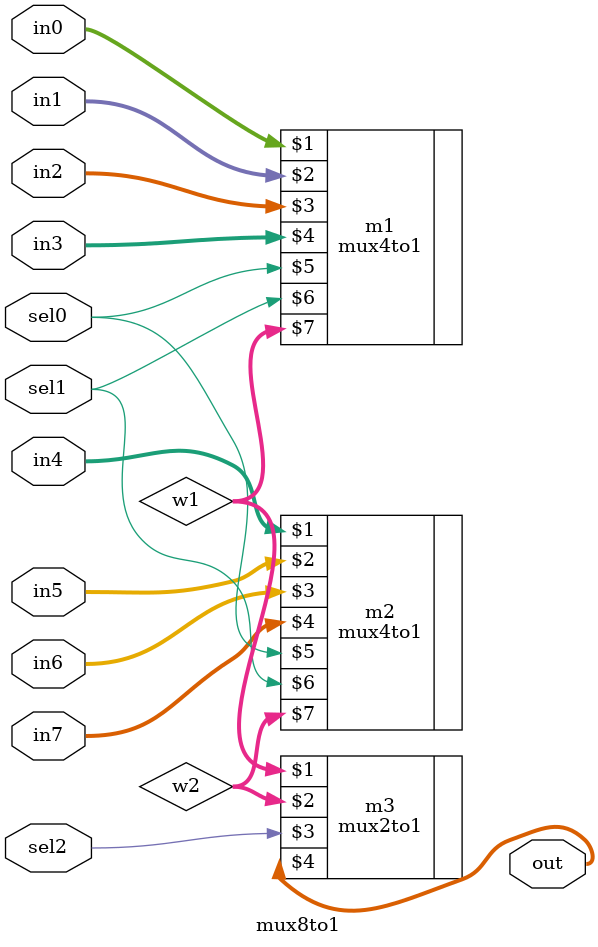
<source format=v>
module mux8to1(in0,in1,in2,in3,in4,in5,in6,in7,sel0,sel1,sel2,out);
input[7:0] in0,in1,in2,in3,in4,in5,in6,in7;
input sel0,sel1,sel2;
output[7:0] out;
wire[7:0] w1,w2;
mux4to1 m1(in0,in1,in2,in3,sel0,sel1,w1);
mux4to1 m2(in4,in5,in6,in7,sel0,sel1,w2);
mux2to1 m3(w1,w2,sel2,out);
endmodule

</source>
